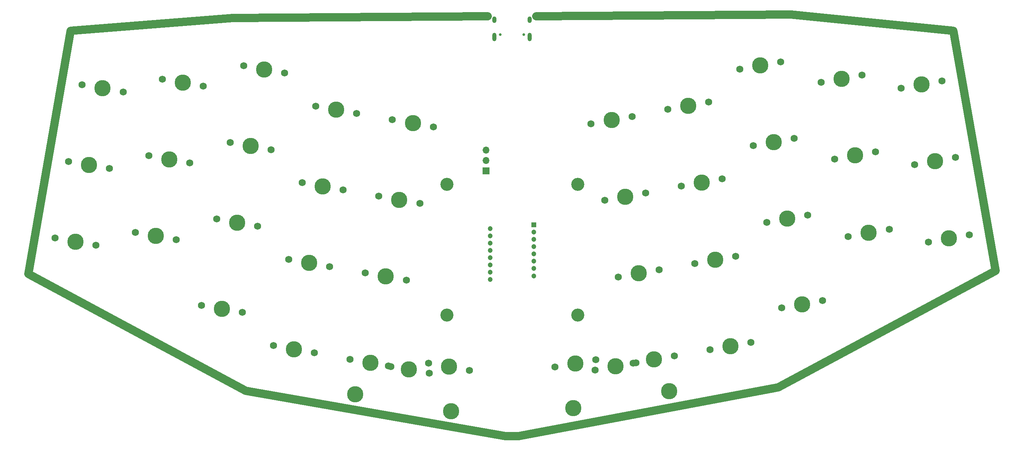
<source format=gbr>
%TF.GenerationSoftware,KiCad,Pcbnew,8.0.8*%
%TF.CreationDate,2025-05-06T21:02:24+02:00*%
%TF.ProjectId,Le Chisoffre,4c652043-6869-4736-9f66-6672652e6b69,rev?*%
%TF.SameCoordinates,Original*%
%TF.FileFunction,Soldermask,Top*%
%TF.FilePolarity,Negative*%
%FSLAX46Y46*%
G04 Gerber Fmt 4.6, Leading zero omitted, Abs format (unit mm)*
G04 Created by KiCad (PCBNEW 8.0.8) date 2025-05-06 21:02:24*
%MOMM*%
%LPD*%
G01*
G04 APERTURE LIST*
%ADD10C,2.000000*%
%ADD11C,1.750000*%
%ADD12C,3.987800*%
%ADD13C,3.200000*%
%ADD14C,0.650000*%
%ADD15O,1.000000X1.600000*%
%ADD16O,1.000000X2.100000*%
%ADD17R,1.700000X1.700000*%
%ADD18O,1.700000X1.700000*%
%ADD19R,1.200000X1.200000*%
%ADD20C,1.200000*%
G04 APERTURE END LIST*
D10*
X32543750Y-95250000D02*
X42862500Y-35718750D01*
X85725000Y-123825000D02*
X32543750Y-95250000D01*
X149225000Y-134937500D02*
X85725000Y-123825000D01*
X152400000Y-134937500D02*
X149225000Y-134937500D01*
X215900000Y-123031250D02*
X152400000Y-134937500D01*
X269081250Y-94456250D02*
X215900000Y-123031250D01*
X258762500Y-35718750D02*
X269081250Y-94456250D01*
X219075000Y-31750000D02*
X258762500Y-35718750D01*
X219075000Y-31750000D02*
X156692209Y-32122467D01*
X82550000Y-32543750D02*
X42862500Y-35718750D01*
X144903386Y-32171283D02*
X82550000Y-32543750D01*
D11*
%TO.C,MX17*%
X192178612Y-73706304D03*
D12*
X197181435Y-72824171D03*
D11*
X202184258Y-71942038D03*
%TD*%
%TO.C,MX28*%
X213089398Y-82592687D03*
D12*
X218092221Y-81710554D03*
D11*
X223095044Y-80828421D03*
%TD*%
%TO.C,MX25*%
X114931578Y-94964223D03*
D12*
X119934401Y-95846356D03*
D11*
X124937224Y-96728489D03*
%TD*%
%TO.C,MX20*%
X249287374Y-68472457D03*
D12*
X254290197Y-67590324D03*
D11*
X259293020Y-66708191D03*
%TD*%
%TO.C,MX35*%
X199241187Y-113760158D03*
D12*
X204244010Y-112878025D03*
D11*
X209246833Y-111995892D03*
%TD*%
%TO.C,MX9*%
X226391789Y-48329720D03*
D12*
X231394612Y-47447587D03*
D11*
X236397435Y-46565454D03*
%TD*%
%TO.C,MX8*%
X206473403Y-45071512D03*
D12*
X211476226Y-44189379D03*
D11*
X216479049Y-43307246D03*
%TD*%
%TO.C,MX24*%
X96170990Y-91656225D03*
D12*
X101173813Y-92538358D03*
D11*
X106176636Y-93420491D03*
%TD*%
%TO.C,MX39*%
X161297358Y-118012792D03*
D12*
X166300181Y-117130659D03*
D11*
X171303004Y-116248526D03*
%TD*%
%TO.C,MX11*%
X42370225Y-67661791D03*
D12*
X47373048Y-68543924D03*
D11*
X52375871Y-69426057D03*
%TD*%
%TO.C,MX15*%
X118239576Y-76203635D03*
D12*
X123242399Y-77085768D03*
D11*
X128245222Y-77967901D03*
%TD*%
%TO.C,MX26*%
X176759102Y-95962495D03*
D12*
X181761925Y-95080362D03*
D11*
X186764748Y-94198229D03*
%TD*%
%TO.C,MX19*%
X229699787Y-67090308D03*
D12*
X234702610Y-66208175D03*
D11*
X239705433Y-65326042D03*
%TD*%
%TO.C,MX38*%
X140371298Y-118833195D03*
D12*
X135368475Y-117951062D03*
D11*
X130365652Y-117068929D03*
%TD*%
%TO.C,MX37*%
X111191565Y-116106005D03*
D12*
X116194388Y-116988138D03*
D11*
X121197211Y-117870271D03*
%TD*%
%TO.C,MX6*%
X170143106Y-58441320D03*
D12*
X175145929Y-57559187D03*
D11*
X180148752Y-56677054D03*
%TD*%
%TO.C,MX5*%
X121547573Y-57443048D03*
D12*
X126550396Y-58325181D03*
D11*
X131553219Y-59207314D03*
%TD*%
%TO.C,MX12*%
X61957812Y-66279642D03*
D12*
X66960635Y-67161775D03*
D11*
X71963458Y-68043908D03*
%TD*%
%TO.C,MX23*%
X78568202Y-81782022D03*
D12*
X83571025Y-82664155D03*
D11*
X88573848Y-83546288D03*
%TD*%
%TO.C,MX29*%
X233040865Y-86038502D03*
D12*
X238043688Y-85156369D03*
D11*
X243046511Y-84274236D03*
%TD*%
%TO.C,MX14*%
X99478988Y-72895638D03*
D12*
X104481811Y-73777771D03*
D11*
X109484634Y-74659904D03*
%TD*%
D12*
%TO.C,S2*%
X165807215Y-128049174D03*
X189257951Y-123914178D03*
%TD*%
D11*
%TO.C,MX2*%
X65265810Y-47519054D03*
D12*
X70268633Y-48401187D03*
D11*
X75271456Y-49283320D03*
%TD*%
D13*
%TO.C,H4*%
X166859205Y-105283250D03*
%TD*%
D11*
%TO.C,MX3*%
X85184197Y-44260847D03*
D12*
X90187020Y-45142980D03*
D11*
X95189843Y-46025113D03*
%TD*%
%TO.C,MX30*%
X252628452Y-87420651D03*
D12*
X257631275Y-86538518D03*
D11*
X262634098Y-85656385D03*
%TD*%
%TO.C,MX7*%
X188870614Y-54945716D03*
D12*
X193873437Y-54063583D03*
D11*
X198876260Y-53181450D03*
%TD*%
%TO.C,MX22*%
X58649815Y-85040230D03*
D12*
X63652638Y-85922363D03*
D11*
X68655461Y-86804496D03*
%TD*%
%TO.C,MX36*%
X216777816Y-103510743D03*
D12*
X221780639Y-102628610D03*
D11*
X226783462Y-101746477D03*
%TD*%
%TO.C,MX34*%
X171096294Y-118734221D03*
D12*
X176099117Y-117852088D03*
D11*
X181101940Y-116969955D03*
%TD*%
D13*
%TO.C,H3*%
X134853935Y-105290620D03*
%TD*%
D11*
%TO.C,MX31*%
X74846704Y-102887683D03*
D12*
X79849527Y-103769816D03*
D11*
X84852350Y-104651949D03*
%TD*%
%TO.C,MX21*%
X39062227Y-86422379D03*
D12*
X44065050Y-87304512D03*
D11*
X49067873Y-88186645D03*
%TD*%
%TO.C,MX10*%
X245979377Y-49711870D03*
D12*
X250982200Y-48829737D03*
D11*
X255985023Y-47947604D03*
%TD*%
%TO.C,MX33*%
X120580213Y-117738224D03*
D12*
X125583036Y-118620357D03*
D11*
X130585859Y-119502490D03*
%TD*%
%TO.C,MX4*%
X102786986Y-54135050D03*
D12*
X107789809Y-55017183D03*
D11*
X112792632Y-55899316D03*
%TD*%
%TO.C,MX32*%
X92449493Y-112761887D03*
D12*
X97452316Y-113644020D03*
D11*
X102455139Y-114526153D03*
%TD*%
D13*
%TO.C,H2*%
X166855645Y-73278740D03*
%TD*%
D12*
%TO.C,S1*%
X135874938Y-128817444D03*
X112424203Y-124682446D03*
%TD*%
D11*
%TO.C,MX13*%
X81876199Y-63021434D03*
D12*
X86879022Y-63903567D03*
D11*
X91881845Y-64785700D03*
%TD*%
%TO.C,MX40*%
X180471445Y-117049868D03*
D12*
X185474268Y-116167735D03*
D11*
X190477091Y-115285602D03*
%TD*%
%TO.C,MX16*%
X173451104Y-77201907D03*
D12*
X178453927Y-76319774D03*
D11*
X183456750Y-75437641D03*
%TD*%
%TO.C,MX1*%
X45678223Y-48901204D03*
D12*
X50681046Y-49783337D03*
D11*
X55683869Y-50665470D03*
%TD*%
%TO.C,MX18*%
X209781400Y-63832099D03*
D12*
X214784223Y-62949966D03*
D11*
X219787046Y-62067833D03*
%TD*%
%TO.C,MX27*%
X195519690Y-92654497D03*
D12*
X200522513Y-91772364D03*
D11*
X205525336Y-90890231D03*
%TD*%
D13*
%TO.C,H1*%
X134848345Y-73297790D03*
%TD*%
D14*
%TO.C,J1*%
X147922500Y-36655000D03*
X153702500Y-36655000D03*
D15*
X146492500Y-33005000D03*
D16*
X146492500Y-37185000D03*
D15*
X155132500Y-33005000D03*
D16*
X155132500Y-37185000D03*
%TD*%
D17*
%TO.C,SWD1*%
X144462500Y-69993750D03*
D18*
X144462500Y-67453750D03*
X144462500Y-64913750D03*
%TD*%
D19*
%TO.C,U5*%
X156150243Y-83224438D03*
D20*
X156150243Y-85004438D03*
X156150243Y-86784438D03*
X156150243Y-88564438D03*
X156150243Y-90344438D03*
X156150243Y-92124438D03*
X156150243Y-93904438D03*
X156150243Y-95684438D03*
X145450243Y-96574438D03*
X145450243Y-94794438D03*
X145450243Y-93014438D03*
X145450243Y-91234438D03*
X145450243Y-89454438D03*
X145450243Y-87674438D03*
X145450243Y-85894438D03*
X145450243Y-84114438D03*
%TD*%
M02*

</source>
